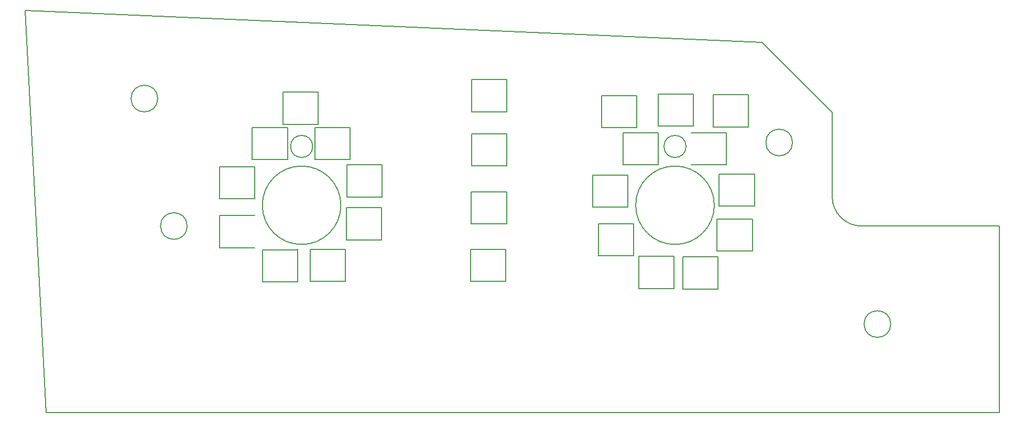
<source format=gbr>
%TF.GenerationSoftware,KiCad,Pcbnew,(6.0.7-1)-1*%
%TF.CreationDate,2023-10-29T11:35:45+10:00*%
%TF.ProjectId,HYD ISO Panel PCB V2,48594420-4953-44f2-9050-616e656c2050,rev?*%
%TF.SameCoordinates,Original*%
%TF.FileFunction,OtherDrawing,Comment*%
%FSLAX46Y46*%
G04 Gerber Fmt 4.6, Leading zero omitted, Abs format (unit mm)*
G04 Created by KiCad (PCBNEW (6.0.7-1)-1) date 2023-10-29 11:35:45*
%MOMM*%
%LPD*%
G01*
G04 APERTURE LIST*
%ADD10C,0.200000*%
G04 APERTURE END LIST*
D10*
X163937614Y-65987254D02*
X158237614Y-65987254D01*
X146216222Y-97371821D02*
X151916222Y-97371821D01*
X104694323Y-89486876D02*
X104694323Y-84286876D01*
X143686686Y-72113666D02*
X143686686Y-77313666D01*
X151916222Y-97371821D02*
X151916222Y-92171821D01*
X139676607Y-86853619D02*
X139676607Y-92053619D01*
X160410286Y-72113666D02*
X154710286Y-72113666D01*
X91139559Y-96295728D02*
X91139559Y-91095728D01*
X93894215Y-71287411D02*
X93894215Y-76487411D01*
X98994323Y-84286876D02*
X98994323Y-89486876D01*
X124898194Y-63543935D02*
X119198194Y-63543935D01*
X94445431Y-65565732D02*
X88745431Y-65565732D01*
X99594215Y-76487411D02*
X99594215Y-71287411D01*
X78475600Y-77654800D02*
X78475600Y-82854800D01*
X145883265Y-71326491D02*
X145883265Y-66126491D01*
X99035561Y-82558829D02*
X104735561Y-82558829D01*
X93534610Y-74359776D02*
G75*
G03*
X93534610Y-74359776I-1786001J0D01*
G01*
X124859047Y-86891609D02*
X124859047Y-81691609D01*
X146216222Y-92171821D02*
X146216222Y-97371821D01*
X159002458Y-92247836D02*
X153302458Y-92247836D01*
X104694323Y-84286876D02*
X98994323Y-84286876D01*
X119159047Y-81691609D02*
X119159047Y-86891609D01*
X78475600Y-82854800D02*
X84175600Y-82854800D01*
X124898194Y-72306117D02*
X119198194Y-72306117D01*
X83786767Y-71287411D02*
X83786767Y-76487411D01*
X119198194Y-63543935D02*
X119198194Y-68743935D01*
X159215108Y-84050112D02*
X164915108Y-84050112D01*
X186928759Y-103125276D02*
G75*
G03*
X186928759Y-103125276I-2152650J0D01*
G01*
X144481691Y-79001456D02*
X138781691Y-79001456D01*
X149326470Y-71048017D02*
X155026470Y-71048017D01*
X163937614Y-71187254D02*
X163937614Y-65987254D01*
X158237614Y-71187254D02*
X163937614Y-71187254D01*
X164572553Y-86119900D02*
X158872553Y-86119900D01*
X164915108Y-78850112D02*
X159215108Y-78850112D01*
X153859610Y-74359776D02*
G75*
G03*
X153859610Y-74359776I-1786001J0D01*
G01*
X119023219Y-96195785D02*
X124723219Y-96195785D01*
X119023219Y-90995785D02*
X119023219Y-96195785D01*
X124723219Y-90995785D02*
X119023219Y-90995785D01*
X78475600Y-90744040D02*
X84175600Y-90744040D01*
X145376607Y-92053619D02*
X145376607Y-86853619D01*
X164572553Y-91319900D02*
X164572553Y-86119900D01*
X78475600Y-85544040D02*
X78475600Y-90744040D01*
X177473609Y-68835276D02*
X166163675Y-57525342D01*
X159002458Y-97447836D02*
X159002458Y-92247836D01*
X91135200Y-96179640D02*
X91135200Y-90979640D01*
X104735561Y-82558829D02*
X104735561Y-77358829D01*
X149364181Y-72113666D02*
X143664181Y-72113666D01*
X138781691Y-84201456D02*
X144481691Y-84201456D01*
X166163675Y-57525342D02*
X47062523Y-52325266D01*
X83786767Y-76487411D02*
X89486767Y-76487411D01*
X153302458Y-97447836D02*
X159002458Y-97447836D01*
X89486767Y-71287411D02*
X83786767Y-71287411D01*
X50473609Y-117412766D02*
X204461109Y-117412776D01*
X119198194Y-72306117D02*
X119198194Y-77506117D01*
X140183265Y-66126491D02*
X140183265Y-71326491D01*
X119198194Y-77506117D02*
X124898194Y-77506117D01*
X93154550Y-91022338D02*
X93154550Y-96222338D01*
X98854550Y-91022338D02*
X93154550Y-91022338D01*
X144481691Y-84201456D02*
X144481691Y-79001456D01*
X94445431Y-70765732D02*
X94445431Y-65565732D01*
X177473624Y-82487776D02*
G75*
G03*
X182236109Y-87250276I4762476J-24D01*
G01*
X68501259Y-66612776D02*
G75*
G03*
X68501259Y-66612776I-2152650J0D01*
G01*
X164915108Y-84050112D02*
X164915108Y-78850112D01*
X93894215Y-76487411D02*
X99594215Y-76487411D01*
X158872553Y-91319900D02*
X164572553Y-91319900D01*
X73263759Y-87250276D02*
G75*
G03*
X73263759Y-87250276I-2152650J0D01*
G01*
X143664181Y-72113666D02*
X143664181Y-77313666D01*
X149326470Y-65848017D02*
X149326470Y-71048017D01*
X171053759Y-73724776D02*
G75*
G03*
X171053759Y-73724776I-2152650J0D01*
G01*
X91139559Y-91095728D02*
X85439559Y-91095728D01*
X140183265Y-71326491D02*
X145883265Y-71326491D01*
X139638800Y-92049600D02*
X145338800Y-92049600D01*
X47062523Y-52325266D02*
X50473609Y-117412766D01*
X84175600Y-77654800D02*
X78475600Y-77654800D01*
X85439559Y-96295728D02*
X91139559Y-96295728D01*
X160410286Y-77313666D02*
X160410286Y-72113666D01*
X124723219Y-96195785D02*
X124723219Y-90995785D01*
X204461109Y-117412776D02*
X204461109Y-87250276D01*
X138781691Y-79001456D02*
X138781691Y-84201456D01*
X84175600Y-85544040D02*
X78475600Y-85544040D01*
X85439559Y-91095728D02*
X85439559Y-96295728D01*
X124859047Y-81691609D02*
X119159047Y-81691609D01*
X99035561Y-77358829D02*
X99035561Y-82558829D01*
X89486767Y-76487411D02*
X89486767Y-71287411D01*
X119198194Y-68743935D02*
X124898194Y-68743935D01*
X124898194Y-77506117D02*
X124898194Y-72306117D01*
X159215108Y-78850112D02*
X159215108Y-84050112D01*
X98994323Y-89486876D02*
X104694323Y-89486876D01*
X158423609Y-83884776D02*
G75*
G03*
X158423609Y-83884776I-6350000J0D01*
G01*
X145376607Y-86853619D02*
X139676607Y-86853619D01*
X119159047Y-86891609D02*
X124859047Y-86891609D01*
X153302458Y-92247836D02*
X153302458Y-97447836D01*
X98854550Y-96222338D02*
X98854550Y-91022338D01*
X124898194Y-68743935D02*
X124898194Y-63543935D01*
X98098609Y-83884776D02*
G75*
G03*
X98098609Y-83884776I-6350000J0D01*
G01*
X99594215Y-71287411D02*
X93894215Y-71287411D01*
X177473609Y-82487776D02*
X177473609Y-68835276D01*
X158237614Y-65987254D02*
X158237614Y-71187254D01*
X204461109Y-87250276D02*
X182236109Y-87250276D01*
X104735561Y-77358829D02*
X99035561Y-77358829D01*
X151916222Y-92171821D02*
X146216222Y-92171821D01*
X88745431Y-70765732D02*
X94445431Y-70765732D01*
X149364181Y-77313666D02*
X149364181Y-72113666D01*
X88745431Y-65565732D02*
X88745431Y-70765732D01*
X84175600Y-82854800D02*
X84175600Y-77654800D01*
X155026470Y-65848017D02*
X149326470Y-65848017D01*
X154710286Y-77313666D02*
X160410286Y-77313666D01*
X143664181Y-77313666D02*
X149364181Y-77313666D01*
X155026470Y-71048017D02*
X155026470Y-65848017D01*
X93154550Y-96222338D02*
X98854550Y-96222338D01*
X158872553Y-86119900D02*
X158872553Y-91319900D01*
X145883265Y-66126491D02*
X140183265Y-66126491D01*
M02*

</source>
